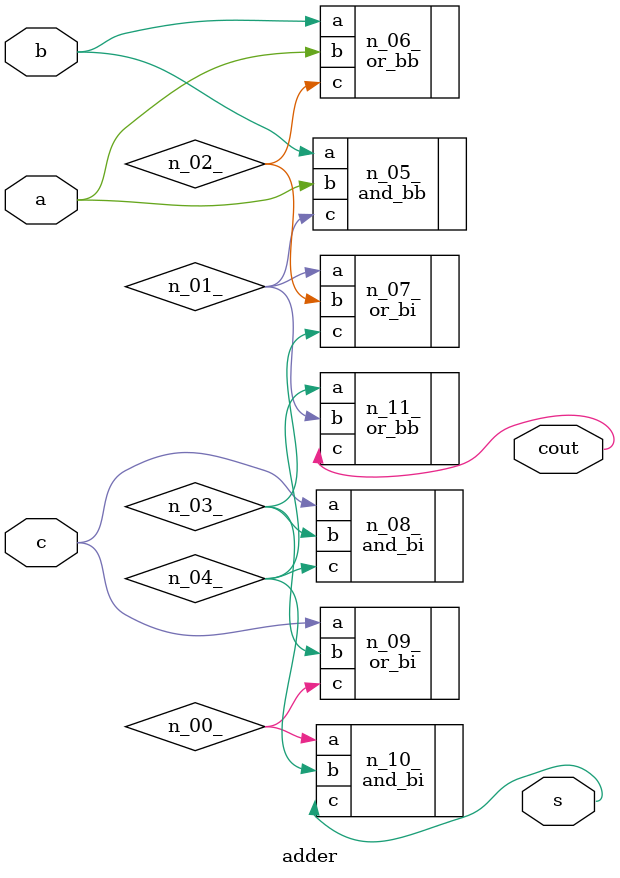
<source format=v>
module adder(a, b, c, cout, s);
  wire n_00_;
  wire n_01_;
  wire n_02_;
  wire n_03_;
  wire n_04_;
  input a;
  input b;
  input c;
  output cout;
  output s;
  and_bb n_05_ (
    .a(b),
    .b(a),
    .c(n_01_)
  );
  or_bb n_06_ (
    .a(b),
    .b(a),
    .c(n_02_)
  );
  or_bi n_07_ (
    .a(n_01_),
    .b(n_02_),
    .c(n_03_)
  );
  and_bi n_08_ (
    .a(c),
    .b(n_03_),
    .c(n_04_)
  );
  or_bi n_09_ (
    .a(c),
    .b(n_03_),
    .c(n_00_)
  );
  and_bi n_10_ (
    .a(n_00_),
    .b(n_04_),
    .c(s)
  );
  or_bb n_11_ (
    .a(n_04_),
    .b(n_01_),
    .c(cout)
  );
endmodule

</source>
